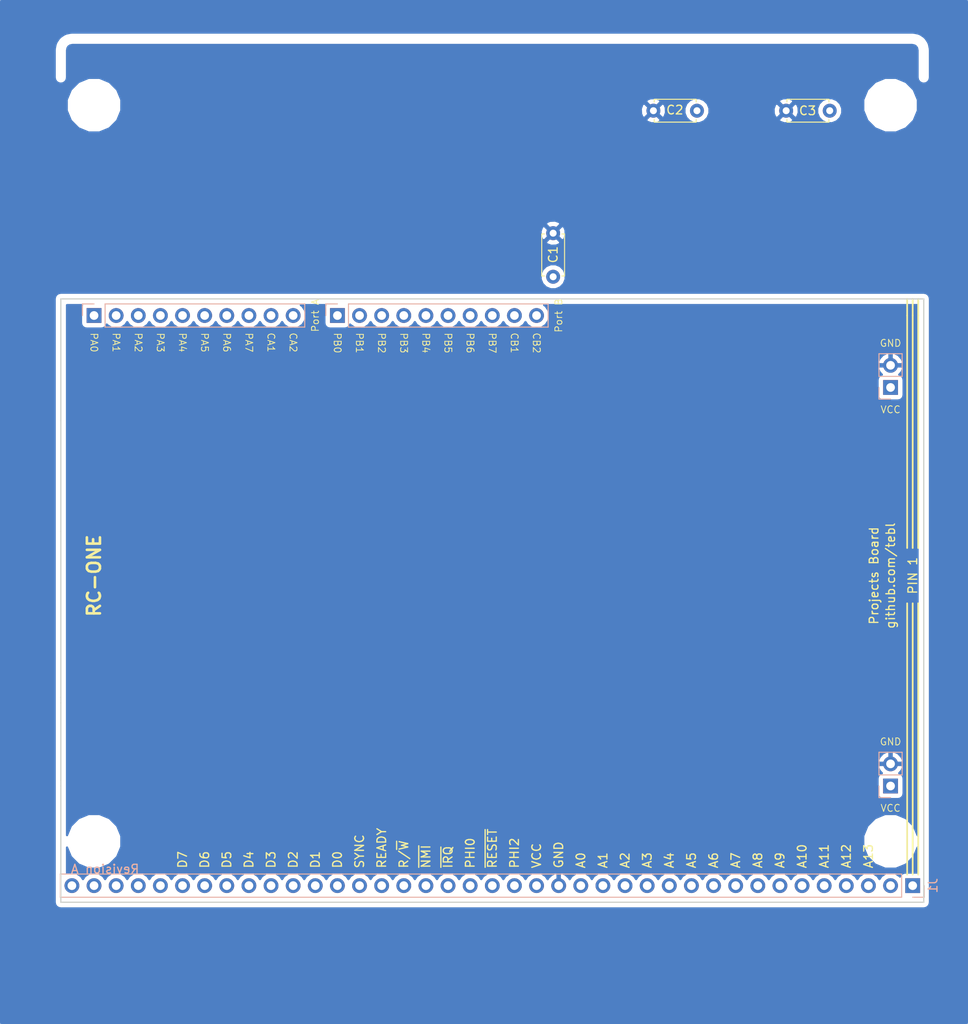
<source format=kicad_pcb>
(kicad_pcb (version 4) (host pcbnew 4.0.7)

  (general
    (links 10)
    (no_connects 6)
    (area 100.254999 78.029999 199.465001 147.395001)
    (thickness 1.6)
    (drawings 80)
    (tracks 0)
    (zones 0)
    (modules 8)
    (nets 3)
  )

  (page A4)
  (layers
    (0 F.Cu signal)
    (31 B.Cu signal)
    (32 B.Adhes user)
    (33 F.Adhes user)
    (34 B.Paste user)
    (35 F.Paste user)
    (36 B.SilkS user)
    (37 F.SilkS user)
    (38 B.Mask user)
    (39 F.Mask user)
    (40 Dwgs.User user)
    (41 Cmts.User user)
    (42 Eco1.User user)
    (43 Eco2.User user)
    (44 Edge.Cuts user)
    (45 Margin user)
    (46 B.CrtYd user)
    (47 F.CrtYd user)
    (48 B.Fab user)
    (49 F.Fab user)
  )

  (setup
    (last_trace_width 0.25)
    (user_trace_width 0.1)
    (trace_clearance 0.2)
    (zone_clearance 0.508)
    (zone_45_only no)
    (trace_min 0.01)
    (segment_width 0.2)
    (edge_width 0.15)
    (via_size 0.6)
    (via_drill 0.4)
    (via_min_size 0.4)
    (via_min_drill 0.3)
    (uvia_size 0.3)
    (uvia_drill 0.1)
    (uvias_allowed no)
    (uvia_min_size 0.2)
    (uvia_min_drill 0.1)
    (pcb_text_width 0.3)
    (pcb_text_size 1.5 1.5)
    (mod_edge_width 0.15)
    (mod_text_size 1 1)
    (mod_text_width 0.15)
    (pad_size 1.524 1.524)
    (pad_drill 0.762)
    (pad_to_mask_clearance 0.2)
    (aux_axis_origin 104.14 52.07)
    (visible_elements 7FFFFFFF)
    (pcbplotparams
      (layerselection 0x011fc_80000001)
      (usegerberextensions true)
      (excludeedgelayer true)
      (linewidth 0.100000)
      (plotframeref false)
      (viasonmask false)
      (mode 1)
      (useauxorigin false)
      (hpglpennumber 1)
      (hpglpenspeed 20)
      (hpglpendiameter 15)
      (hpglpenoverlay 2)
      (psnegative false)
      (psa4output false)
      (plotreference true)
      (plotvalue true)
      (plotinvisibletext false)
      (padsonsilk false)
      (subtractmaskfromsilk false)
      (outputformat 1)
      (mirror false)
      (drillshape 0)
      (scaleselection 1)
      (outputdirectory export/))
  )

  (net 0 "")
  (net 1 GND)
  (net 2 VCC)

  (net_class Default "This is the default net class."
    (clearance 0.2)
    (trace_width 0.25)
    (via_dia 0.6)
    (via_drill 0.4)
    (uvia_dia 0.3)
    (uvia_drill 0.1)
    (add_net GND)
    (add_net VCC)
  )

  (net_class VCC ""
    (clearance 0.2)
    (trace_width 0.75)
    (via_dia 0.6)
    (via_drill 0.4)
    (uvia_dia 0.3)
    (uvia_drill 0.1)
  )

  (module Capacitors_THT:C_Disc_D4.7mm_W2.5mm_P5.00mm (layer F.Cu) (tedit 5DD0871F) (tstamp 5DD08DB8)
    (at 156.845 75.565 90)
    (descr "C, Disc series, Radial, pin pitch=5.00mm, , diameter*width=4.7*2.5mm^2, Capacitor, http://www.vishay.com/docs/45233/krseries.pdf")
    (tags "C Disc series Radial pin pitch 5.00mm  diameter 4.7mm width 2.5mm Capacitor")
    (path /5DD0E0B6)
    (fp_text reference C1 (at 2.54 0 90) (layer F.SilkS)
      (effects (font (size 1 1) (thickness 0.15)))
    )
    (fp_text value 100nF (at 2.5 2.56 90) (layer F.Fab)
      (effects (font (size 1 1) (thickness 0.15)))
    )
    (fp_line (start 0.15 -1.25) (end 0.15 1.25) (layer F.Fab) (width 0.1))
    (fp_line (start 0.15 1.25) (end 4.85 1.25) (layer F.Fab) (width 0.1))
    (fp_line (start 4.85 1.25) (end 4.85 -1.25) (layer F.Fab) (width 0.1))
    (fp_line (start 4.85 -1.25) (end 0.15 -1.25) (layer F.Fab) (width 0.1))
    (fp_line (start 0.09 -1.31) (end 4.91 -1.31) (layer F.SilkS) (width 0.12))
    (fp_line (start 0.09 1.31) (end 4.91 1.31) (layer F.SilkS) (width 0.12))
    (fp_line (start 0.09 -1.31) (end 0.09 -0.996) (layer F.SilkS) (width 0.12))
    (fp_line (start 0.09 0.996) (end 0.09 1.31) (layer F.SilkS) (width 0.12))
    (fp_line (start 4.91 -1.31) (end 4.91 -0.996) (layer F.SilkS) (width 0.12))
    (fp_line (start 4.91 0.996) (end 4.91 1.31) (layer F.SilkS) (width 0.12))
    (fp_line (start -1.05 -1.6) (end -1.05 1.6) (layer F.CrtYd) (width 0.05))
    (fp_line (start -1.05 1.6) (end 6.05 1.6) (layer F.CrtYd) (width 0.05))
    (fp_line (start 6.05 1.6) (end 6.05 -1.6) (layer F.CrtYd) (width 0.05))
    (fp_line (start 6.05 -1.6) (end -1.05 -1.6) (layer F.CrtYd) (width 0.05))
    (fp_text user %R (at 2.54 0 90) (layer F.Fab)
      (effects (font (size 1 1) (thickness 0.15)))
    )
    (pad 1 thru_hole circle (at 0 0 90) (size 1.6 1.6) (drill 0.8) (layers *.Cu *.Mask)
      (net 2 VCC))
    (pad 2 thru_hole circle (at 5 0 90) (size 1.6 1.6) (drill 0.8) (layers *.Cu *.Mask)
      (net 1 GND))
    (model ${KISYS3DMOD}/Capacitors_THT.3dshapes/C_Disc_D4.7mm_W2.5mm_P5.00mm.wrl
      (at (xyz 0 0 0))
      (scale (xyz 1 1 1))
      (rotate (xyz 0 0 0))
    )
  )

  (module Capacitors_THT:C_Disc_D4.7mm_W2.5mm_P5.00mm (layer F.Cu) (tedit 5DD0871C) (tstamp 5DD08DBE)
    (at 173.355 56.515 180)
    (descr "C, Disc series, Radial, pin pitch=5.00mm, , diameter*width=4.7*2.5mm^2, Capacitor, http://www.vishay.com/docs/45233/krseries.pdf")
    (tags "C Disc series Radial pin pitch 5.00mm  diameter 4.7mm width 2.5mm Capacitor")
    (path /5DD0E10C)
    (fp_text reference C2 (at 2.54 0.084999 180) (layer F.SilkS)
      (effects (font (size 1 1) (thickness 0.15)))
    )
    (fp_text value 100nF (at 2.5 2.56 180) (layer F.Fab)
      (effects (font (size 1 1) (thickness 0.15)))
    )
    (fp_line (start 0.15 -1.25) (end 0.15 1.25) (layer F.Fab) (width 0.1))
    (fp_line (start 0.15 1.25) (end 4.85 1.25) (layer F.Fab) (width 0.1))
    (fp_line (start 4.85 1.25) (end 4.85 -1.25) (layer F.Fab) (width 0.1))
    (fp_line (start 4.85 -1.25) (end 0.15 -1.25) (layer F.Fab) (width 0.1))
    (fp_line (start 0.09 -1.31) (end 4.91 -1.31) (layer F.SilkS) (width 0.12))
    (fp_line (start 0.09 1.31) (end 4.91 1.31) (layer F.SilkS) (width 0.12))
    (fp_line (start 0.09 -1.31) (end 0.09 -0.996) (layer F.SilkS) (width 0.12))
    (fp_line (start 0.09 0.996) (end 0.09 1.31) (layer F.SilkS) (width 0.12))
    (fp_line (start 4.91 -1.31) (end 4.91 -0.996) (layer F.SilkS) (width 0.12))
    (fp_line (start 4.91 0.996) (end 4.91 1.31) (layer F.SilkS) (width 0.12))
    (fp_line (start -1.05 -1.6) (end -1.05 1.6) (layer F.CrtYd) (width 0.05))
    (fp_line (start -1.05 1.6) (end 6.05 1.6) (layer F.CrtYd) (width 0.05))
    (fp_line (start 6.05 1.6) (end 6.05 -1.6) (layer F.CrtYd) (width 0.05))
    (fp_line (start 6.05 -1.6) (end -1.05 -1.6) (layer F.CrtYd) (width 0.05))
    (fp_text user %R (at 2.54 0.084999 180) (layer F.Fab)
      (effects (font (size 1 1) (thickness 0.15)))
    )
    (pad 1 thru_hole circle (at 0 0 180) (size 1.6 1.6) (drill 0.8) (layers *.Cu *.Mask)
      (net 2 VCC))
    (pad 2 thru_hole circle (at 5 0 180) (size 1.6 1.6) (drill 0.8) (layers *.Cu *.Mask)
      (net 1 GND))
    (model ${KISYS3DMOD}/Capacitors_THT.3dshapes/C_Disc_D4.7mm_W2.5mm_P5.00mm.wrl
      (at (xyz 0 0 0))
      (scale (xyz 1 1 1))
      (rotate (xyz 0 0 0))
    )
  )

  (module Capacitors_THT:C_Disc_D4.7mm_W2.5mm_P5.00mm (layer F.Cu) (tedit 5DD08850) (tstamp 5DD08EA2)
    (at 188.595 56.515 180)
    (descr "C, Disc series, Radial, pin pitch=5.00mm, , diameter*width=4.7*2.5mm^2, Capacitor, http://www.vishay.com/docs/45233/krseries.pdf")
    (tags "C Disc series Radial pin pitch 5.00mm  diameter 4.7mm width 2.5mm Capacitor")
    (path /5DD0EC50)
    (fp_text reference C3 (at 2.54 0 180) (layer F.SilkS)
      (effects (font (size 1 1) (thickness 0.15)))
    )
    (fp_text value 100nF (at 2.5 2.56 180) (layer F.Fab)
      (effects (font (size 1 1) (thickness 0.15)))
    )
    (fp_line (start 0.15 -1.25) (end 0.15 1.25) (layer F.Fab) (width 0.1))
    (fp_line (start 0.15 1.25) (end 4.85 1.25) (layer F.Fab) (width 0.1))
    (fp_line (start 4.85 1.25) (end 4.85 -1.25) (layer F.Fab) (width 0.1))
    (fp_line (start 4.85 -1.25) (end 0.15 -1.25) (layer F.Fab) (width 0.1))
    (fp_line (start 0.09 -1.31) (end 4.91 -1.31) (layer F.SilkS) (width 0.12))
    (fp_line (start 0.09 1.31) (end 4.91 1.31) (layer F.SilkS) (width 0.12))
    (fp_line (start 0.09 -1.31) (end 0.09 -0.996) (layer F.SilkS) (width 0.12))
    (fp_line (start 0.09 0.996) (end 0.09 1.31) (layer F.SilkS) (width 0.12))
    (fp_line (start 4.91 -1.31) (end 4.91 -0.996) (layer F.SilkS) (width 0.12))
    (fp_line (start 4.91 0.996) (end 4.91 1.31) (layer F.SilkS) (width 0.12))
    (fp_line (start -1.05 -1.6) (end -1.05 1.6) (layer F.CrtYd) (width 0.05))
    (fp_line (start -1.05 1.6) (end 6.05 1.6) (layer F.CrtYd) (width 0.05))
    (fp_line (start 6.05 1.6) (end 6.05 -1.6) (layer F.CrtYd) (width 0.05))
    (fp_line (start 6.05 -1.6) (end -1.05 -1.6) (layer F.CrtYd) (width 0.05))
    (fp_text user %R (at 2.54 0 180) (layer F.Fab)
      (effects (font (size 1 1) (thickness 0.15)))
    )
    (pad 1 thru_hole circle (at 0 0 180) (size 1.6 1.6) (drill 0.8) (layers *.Cu *.Mask)
      (net 2 VCC))
    (pad 2 thru_hole circle (at 5 0 180) (size 1.6 1.6) (drill 0.8) (layers *.Cu *.Mask)
      (net 1 GND))
    (model ${KISYS3DMOD}/Capacitors_THT.3dshapes/C_Disc_D4.7mm_W2.5mm_P5.00mm.wrl
      (at (xyz 0 0 0))
      (scale (xyz 1 1 1))
      (rotate (xyz 0 0 0))
    )
  )

  (module Pin_Headers:Pin_Header_Straight_1x10_Pitch2.54mm (layer B.Cu) (tedit 5DFEB6B3) (tstamp 5DE6FA1F)
    (at 104.14 80.01 270)
    (descr "Through hole straight pin header, 1x10, 2.54mm pitch, single row")
    (tags "Through hole pin header THT 1x10 2.54mm single row")
    (path /5DE736F3)
    (fp_text reference J5 (at 2.54 0 540) (layer B.Fab)
      (effects (font (size 1 1) (thickness 0.15)) (justify mirror))
    )
    (fp_text value "Port A" (at 0 -25.4 270) (layer F.SilkS)
      (effects (font (size 0.8 0.8) (thickness 0.1)))
    )
    (fp_line (start -0.635 1.27) (end 1.27 1.27) (layer B.Fab) (width 0.1))
    (fp_line (start 1.27 1.27) (end 1.27 -24.13) (layer B.Fab) (width 0.1))
    (fp_line (start 1.27 -24.13) (end -1.27 -24.13) (layer B.Fab) (width 0.1))
    (fp_line (start -1.27 -24.13) (end -1.27 0.635) (layer B.Fab) (width 0.1))
    (fp_line (start -1.27 0.635) (end -0.635 1.27) (layer B.Fab) (width 0.1))
    (fp_line (start -1.33 -24.19) (end 1.33 -24.19) (layer B.SilkS) (width 0.12))
    (fp_line (start -1.33 -1.27) (end -1.33 -24.19) (layer B.SilkS) (width 0.12))
    (fp_line (start 1.33 -1.27) (end 1.33 -24.19) (layer B.SilkS) (width 0.12))
    (fp_line (start -1.33 -1.27) (end 1.33 -1.27) (layer B.SilkS) (width 0.12))
    (fp_line (start -1.33 0) (end -1.33 1.33) (layer B.SilkS) (width 0.12))
    (fp_line (start -1.33 1.33) (end 0 1.33) (layer B.SilkS) (width 0.12))
    (fp_line (start -1.8 1.8) (end -1.8 -24.65) (layer B.CrtYd) (width 0.05))
    (fp_line (start -1.8 -24.65) (end 1.8 -24.65) (layer B.CrtYd) (width 0.05))
    (fp_line (start 1.8 -24.65) (end 1.8 1.8) (layer B.CrtYd) (width 0.05))
    (fp_line (start 1.8 1.8) (end -1.8 1.8) (layer B.CrtYd) (width 0.05))
    (fp_text user %R (at 0 -11.43 540) (layer B.Fab)
      (effects (font (size 1 1) (thickness 0.15)) (justify mirror))
    )
    (pad 1 thru_hole rect (at 0 0 270) (size 1.7 1.7) (drill 1) (layers *.Cu *.Mask))
    (pad 2 thru_hole oval (at 0 -2.54 270) (size 1.7 1.7) (drill 1) (layers *.Cu *.Mask))
    (pad 3 thru_hole oval (at 0 -5.08 270) (size 1.7 1.7) (drill 1) (layers *.Cu *.Mask))
    (pad 4 thru_hole oval (at 0 -7.62 270) (size 1.7 1.7) (drill 1) (layers *.Cu *.Mask))
    (pad 5 thru_hole oval (at 0 -10.16 270) (size 1.7 1.7) (drill 1) (layers *.Cu *.Mask))
    (pad 6 thru_hole oval (at 0 -12.7 270) (size 1.7 1.7) (drill 1) (layers *.Cu *.Mask))
    (pad 7 thru_hole oval (at 0 -15.24 270) (size 1.7 1.7) (drill 1) (layers *.Cu *.Mask))
    (pad 8 thru_hole oval (at 0 -17.78 270) (size 1.7 1.7) (drill 1) (layers *.Cu *.Mask))
    (pad 9 thru_hole oval (at 0 -20.32 270) (size 1.7 1.7) (drill 1) (layers *.Cu *.Mask))
    (pad 10 thru_hole oval (at 0 -22.86 270) (size 1.7 1.7) (drill 1) (layers *.Cu *.Mask))
    (model ${KISYS3DMOD}/Pin_Headers.3dshapes/Pin_Header_Straight_1x10_Pitch2.54mm.wrl
      (at (xyz 0 0 0))
      (scale (xyz 1 1 1))
      (rotate (xyz 0 0 0))
    )
  )

  (module Pin_Headers:Pin_Header_Straight_1x10_Pitch2.54mm (layer B.Cu) (tedit 5DFEB6BE) (tstamp 5DE6FA2D)
    (at 132.08 80.01 270)
    (descr "Through hole straight pin header, 1x10, 2.54mm pitch, single row")
    (tags "Through hole pin header THT 1x10 2.54mm single row")
    (path /5DE7382E)
    (fp_text reference J6 (at 2.54 0 540) (layer B.Fab)
      (effects (font (size 1 1) (thickness 0.15)) (justify mirror))
    )
    (fp_text value "Port B" (at 0 -25.4 270) (layer F.SilkS)
      (effects (font (size 0.8 0.8) (thickness 0.1)))
    )
    (fp_line (start -0.635 1.27) (end 1.27 1.27) (layer B.Fab) (width 0.1))
    (fp_line (start 1.27 1.27) (end 1.27 -24.13) (layer B.Fab) (width 0.1))
    (fp_line (start 1.27 -24.13) (end -1.27 -24.13) (layer B.Fab) (width 0.1))
    (fp_line (start -1.27 -24.13) (end -1.27 0.635) (layer B.Fab) (width 0.1))
    (fp_line (start -1.27 0.635) (end -0.635 1.27) (layer B.Fab) (width 0.1))
    (fp_line (start -1.33 -24.19) (end 1.33 -24.19) (layer B.SilkS) (width 0.12))
    (fp_line (start -1.33 -1.27) (end -1.33 -24.19) (layer B.SilkS) (width 0.12))
    (fp_line (start 1.33 -1.27) (end 1.33 -24.19) (layer B.SilkS) (width 0.12))
    (fp_line (start -1.33 -1.27) (end 1.33 -1.27) (layer B.SilkS) (width 0.12))
    (fp_line (start -1.33 0) (end -1.33 1.33) (layer B.SilkS) (width 0.12))
    (fp_line (start -1.33 1.33) (end 0 1.33) (layer B.SilkS) (width 0.12))
    (fp_line (start -1.8 1.8) (end -1.8 -24.65) (layer B.CrtYd) (width 0.05))
    (fp_line (start -1.8 -24.65) (end 1.8 -24.65) (layer B.CrtYd) (width 0.05))
    (fp_line (start 1.8 -24.65) (end 1.8 1.8) (layer B.CrtYd) (width 0.05))
    (fp_line (start 1.8 1.8) (end -1.8 1.8) (layer B.CrtYd) (width 0.05))
    (fp_text user %R (at 0 -11.43 540) (layer B.Fab)
      (effects (font (size 1 1) (thickness 0.15)) (justify mirror))
    )
    (pad 1 thru_hole rect (at 0 0 270) (size 1.7 1.7) (drill 1) (layers *.Cu *.Mask))
    (pad 2 thru_hole oval (at 0 -2.54 270) (size 1.7 1.7) (drill 1) (layers *.Cu *.Mask))
    (pad 3 thru_hole oval (at 0 -5.08 270) (size 1.7 1.7) (drill 1) (layers *.Cu *.Mask))
    (pad 4 thru_hole oval (at 0 -7.62 270) (size 1.7 1.7) (drill 1) (layers *.Cu *.Mask))
    (pad 5 thru_hole oval (at 0 -10.16 270) (size 1.7 1.7) (drill 1) (layers *.Cu *.Mask))
    (pad 6 thru_hole oval (at 0 -12.7 270) (size 1.7 1.7) (drill 1) (layers *.Cu *.Mask))
    (pad 7 thru_hole oval (at 0 -15.24 270) (size 1.7 1.7) (drill 1) (layers *.Cu *.Mask))
    (pad 8 thru_hole oval (at 0 -17.78 270) (size 1.7 1.7) (drill 1) (layers *.Cu *.Mask))
    (pad 9 thru_hole oval (at 0 -20.32 270) (size 1.7 1.7) (drill 1) (layers *.Cu *.Mask))
    (pad 10 thru_hole oval (at 0 -22.86 270) (size 1.7 1.7) (drill 1) (layers *.Cu *.Mask))
    (model ${KISYS3DMOD}/Pin_Headers.3dshapes/Pin_Header_Straight_1x10_Pitch2.54mm.wrl
      (at (xyz 0 0 0))
      (scale (xyz 1 1 1))
      (rotate (xyz 0 0 0))
    )
  )

  (module Pin_Headers:Pin_Header_Straight_1x02_Pitch2.54mm (layer B.Cu) (tedit 5DE825EA) (tstamp 5DE6FA33)
    (at 195.58 133.985)
    (descr "Through hole straight pin header, 1x02, 2.54mm pitch, single row")
    (tags "Through hole pin header THT 1x02 2.54mm single row")
    (path /5DE7AFE7)
    (fp_text reference J7 (at 0 2.54) (layer B.Fab)
      (effects (font (size 1 1) (thickness 0.15)) (justify mirror))
    )
    (fp_text value PWR1 (at -2.54 -1.27 270) (layer B.Fab)
      (effects (font (size 1 1) (thickness 0.15)) (justify mirror))
    )
    (fp_line (start -0.635 1.27) (end 1.27 1.27) (layer B.Fab) (width 0.1))
    (fp_line (start 1.27 1.27) (end 1.27 -3.81) (layer B.Fab) (width 0.1))
    (fp_line (start 1.27 -3.81) (end -1.27 -3.81) (layer B.Fab) (width 0.1))
    (fp_line (start -1.27 -3.81) (end -1.27 0.635) (layer B.Fab) (width 0.1))
    (fp_line (start -1.27 0.635) (end -0.635 1.27) (layer B.Fab) (width 0.1))
    (fp_line (start -1.33 -3.87) (end 1.33 -3.87) (layer B.SilkS) (width 0.12))
    (fp_line (start -1.33 -1.27) (end -1.33 -3.87) (layer B.SilkS) (width 0.12))
    (fp_line (start 1.33 -1.27) (end 1.33 -3.87) (layer B.SilkS) (width 0.12))
    (fp_line (start -1.33 -1.27) (end 1.33 -1.27) (layer B.SilkS) (width 0.12))
    (fp_line (start -1.33 0) (end -1.33 1.33) (layer B.SilkS) (width 0.12))
    (fp_line (start -1.33 1.33) (end 0 1.33) (layer B.SilkS) (width 0.12))
    (fp_line (start -1.8 1.8) (end -1.8 -4.35) (layer B.CrtYd) (width 0.05))
    (fp_line (start -1.8 -4.35) (end 1.8 -4.35) (layer B.CrtYd) (width 0.05))
    (fp_line (start 1.8 -4.35) (end 1.8 1.8) (layer B.CrtYd) (width 0.05))
    (fp_line (start 1.8 1.8) (end -1.8 1.8) (layer B.CrtYd) (width 0.05))
    (fp_text user %R (at 0 -1.27 270) (layer B.Fab)
      (effects (font (size 1 1) (thickness 0.15)) (justify mirror))
    )
    (pad 1 thru_hole rect (at 0 0) (size 1.7 1.7) (drill 1) (layers *.Cu *.Mask)
      (net 2 VCC))
    (pad 2 thru_hole oval (at 0 -2.54) (size 1.7 1.7) (drill 1) (layers *.Cu *.Mask)
      (net 1 GND))
    (model ${KISYS3DMOD}/Pin_Headers.3dshapes/Pin_Header_Straight_1x02_Pitch2.54mm.wrl
      (at (xyz 0 0 0))
      (scale (xyz 1 1 1))
      (rotate (xyz 0 0 0))
    )
  )

  (module Pin_Headers:Pin_Header_Straight_1x02_Pitch2.54mm (layer B.Cu) (tedit 5DE825E3) (tstamp 5DE6FA39)
    (at 195.58 88.265)
    (descr "Through hole straight pin header, 1x02, 2.54mm pitch, single row")
    (tags "Through hole pin header THT 1x02 2.54mm single row")
    (path /5DE7B3E2)
    (fp_text reference J8 (at 0 2.54) (layer B.Fab)
      (effects (font (size 1 1) (thickness 0.15)) (justify mirror))
    )
    (fp_text value PWR2 (at -2.54 -1.27 270) (layer B.Fab)
      (effects (font (size 1 1) (thickness 0.15)) (justify mirror))
    )
    (fp_line (start -0.635 1.27) (end 1.27 1.27) (layer B.Fab) (width 0.1))
    (fp_line (start 1.27 1.27) (end 1.27 -3.81) (layer B.Fab) (width 0.1))
    (fp_line (start 1.27 -3.81) (end -1.27 -3.81) (layer B.Fab) (width 0.1))
    (fp_line (start -1.27 -3.81) (end -1.27 0.635) (layer B.Fab) (width 0.1))
    (fp_line (start -1.27 0.635) (end -0.635 1.27) (layer B.Fab) (width 0.1))
    (fp_line (start -1.33 -3.87) (end 1.33 -3.87) (layer B.SilkS) (width 0.12))
    (fp_line (start -1.33 -1.27) (end -1.33 -3.87) (layer B.SilkS) (width 0.12))
    (fp_line (start 1.33 -1.27) (end 1.33 -3.87) (layer B.SilkS) (width 0.12))
    (fp_line (start -1.33 -1.27) (end 1.33 -1.27) (layer B.SilkS) (width 0.12))
    (fp_line (start -1.33 0) (end -1.33 1.33) (layer B.SilkS) (width 0.12))
    (fp_line (start -1.33 1.33) (end 0 1.33) (layer B.SilkS) (width 0.12))
    (fp_line (start -1.8 1.8) (end -1.8 -4.35) (layer B.CrtYd) (width 0.05))
    (fp_line (start -1.8 -4.35) (end 1.8 -4.35) (layer B.CrtYd) (width 0.05))
    (fp_line (start 1.8 -4.35) (end 1.8 1.8) (layer B.CrtYd) (width 0.05))
    (fp_line (start 1.8 1.8) (end -1.8 1.8) (layer B.CrtYd) (width 0.05))
    (fp_text user %R (at 0 -1.27 270) (layer B.Fab)
      (effects (font (size 1 1) (thickness 0.15)) (justify mirror))
    )
    (pad 1 thru_hole rect (at 0 0) (size 1.7 1.7) (drill 1) (layers *.Cu *.Mask)
      (net 2 VCC))
    (pad 2 thru_hole oval (at 0 -2.54) (size 1.7 1.7) (drill 1) (layers *.Cu *.Mask)
      (net 1 GND))
    (model ${KISYS3DMOD}/Pin_Headers.3dshapes/Pin_Header_Straight_1x02_Pitch2.54mm.wrl
      (at (xyz 0 0 0))
      (scale (xyz 1 1 1))
      (rotate (xyz 0 0 0))
    )
  )

  (module Pin_Headers:Pin_Header_Straight_1x39_Pitch2.54mm (layer B.Cu) (tedit 59650532) (tstamp 5DFEB531)
    (at 198.12 145.415 90)
    (descr "Through hole straight pin header, 1x39, 2.54mm pitch, single row")
    (tags "Through hole pin header THT 1x39 2.54mm single row")
    (path /5DC149FA)
    (fp_text reference J1 (at 0 2.33 90) (layer B.SilkS)
      (effects (font (size 1 1) (thickness 0.15)) (justify mirror))
    )
    (fp_text value Signals (at 0 -98.85 90) (layer B.Fab)
      (effects (font (size 1 1) (thickness 0.15)) (justify mirror))
    )
    (fp_line (start -0.635 1.27) (end 1.27 1.27) (layer B.Fab) (width 0.1))
    (fp_line (start 1.27 1.27) (end 1.27 -97.79) (layer B.Fab) (width 0.1))
    (fp_line (start 1.27 -97.79) (end -1.27 -97.79) (layer B.Fab) (width 0.1))
    (fp_line (start -1.27 -97.79) (end -1.27 0.635) (layer B.Fab) (width 0.1))
    (fp_line (start -1.27 0.635) (end -0.635 1.27) (layer B.Fab) (width 0.1))
    (fp_line (start -1.33 -97.85) (end 1.33 -97.85) (layer B.SilkS) (width 0.12))
    (fp_line (start -1.33 -1.27) (end -1.33 -97.85) (layer B.SilkS) (width 0.12))
    (fp_line (start 1.33 -1.27) (end 1.33 -97.85) (layer B.SilkS) (width 0.12))
    (fp_line (start -1.33 -1.27) (end 1.33 -1.27) (layer B.SilkS) (width 0.12))
    (fp_line (start -1.33 0) (end -1.33 1.33) (layer B.SilkS) (width 0.12))
    (fp_line (start -1.33 1.33) (end 0 1.33) (layer B.SilkS) (width 0.12))
    (fp_line (start -1.8 1.8) (end -1.8 -98.3) (layer B.CrtYd) (width 0.05))
    (fp_line (start -1.8 -98.3) (end 1.8 -98.3) (layer B.CrtYd) (width 0.05))
    (fp_line (start 1.8 -98.3) (end 1.8 1.8) (layer B.CrtYd) (width 0.05))
    (fp_line (start 1.8 1.8) (end -1.8 1.8) (layer B.CrtYd) (width 0.05))
    (fp_text user %R (at 0 -48.26 360) (layer B.Fab)
      (effects (font (size 1 1) (thickness 0.15)) (justify mirror))
    )
    (pad 1 thru_hole rect (at 0 0 90) (size 1.7 1.7) (drill 1) (layers *.Cu *.Mask))
    (pad 2 thru_hole oval (at 0 -2.54 90) (size 1.7 1.7) (drill 1) (layers *.Cu *.Mask))
    (pad 3 thru_hole oval (at 0 -5.08 90) (size 1.7 1.7) (drill 1) (layers *.Cu *.Mask))
    (pad 4 thru_hole oval (at 0 -7.62 90) (size 1.7 1.7) (drill 1) (layers *.Cu *.Mask))
    (pad 5 thru_hole oval (at 0 -10.16 90) (size 1.7 1.7) (drill 1) (layers *.Cu *.Mask))
    (pad 6 thru_hole oval (at 0 -12.7 90) (size 1.7 1.7) (drill 1) (layers *.Cu *.Mask))
    (pad 7 thru_hole oval (at 0 -15.24 90) (size 1.7 1.7) (drill 1) (layers *.Cu *.Mask))
    (pad 8 thru_hole oval (at 0 -17.78 90) (size 1.7 1.7) (drill 1) (layers *.Cu *.Mask))
    (pad 9 thru_hole oval (at 0 -20.32 90) (size 1.7 1.7) (drill 1) (layers *.Cu *.Mask))
    (pad 10 thru_hole oval (at 0 -22.86 90) (size 1.7 1.7) (drill 1) (layers *.Cu *.Mask))
    (pad 11 thru_hole oval (at 0 -25.4 90) (size 1.7 1.7) (drill 1) (layers *.Cu *.Mask))
    (pad 12 thru_hole oval (at 0 -27.94 90) (size 1.7 1.7) (drill 1) (layers *.Cu *.Mask))
    (pad 13 thru_hole oval (at 0 -30.48 90) (size 1.7 1.7) (drill 1) (layers *.Cu *.Mask))
    (pad 14 thru_hole oval (at 0 -33.02 90) (size 1.7 1.7) (drill 1) (layers *.Cu *.Mask))
    (pad 15 thru_hole oval (at 0 -35.56 90) (size 1.7 1.7) (drill 1) (layers *.Cu *.Mask))
    (pad 16 thru_hole oval (at 0 -38.1 90) (size 1.7 1.7) (drill 1) (layers *.Cu *.Mask))
    (pad 17 thru_hole oval (at 0 -40.64 90) (size 1.7 1.7) (drill 1) (layers *.Cu *.Mask)
      (net 1 GND))
    (pad 18 thru_hole oval (at 0 -43.18 90) (size 1.7 1.7) (drill 1) (layers *.Cu *.Mask)
      (net 2 VCC))
    (pad 19 thru_hole oval (at 0 -45.72 90) (size 1.7 1.7) (drill 1) (layers *.Cu *.Mask))
    (pad 20 thru_hole oval (at 0 -48.26 90) (size 1.7 1.7) (drill 1) (layers *.Cu *.Mask))
    (pad 21 thru_hole oval (at 0 -50.8 90) (size 1.7 1.7) (drill 1) (layers *.Cu *.Mask))
    (pad 22 thru_hole oval (at 0 -53.34 90) (size 1.7 1.7) (drill 1) (layers *.Cu *.Mask))
    (pad 23 thru_hole oval (at 0 -55.88 90) (size 1.7 1.7) (drill 1) (layers *.Cu *.Mask))
    (pad 24 thru_hole oval (at 0 -58.42 90) (size 1.7 1.7) (drill 1) (layers *.Cu *.Mask))
    (pad 25 thru_hole oval (at 0 -60.96 90) (size 1.7 1.7) (drill 1) (layers *.Cu *.Mask))
    (pad 26 thru_hole oval (at 0 -63.5 90) (size 1.7 1.7) (drill 1) (layers *.Cu *.Mask))
    (pad 27 thru_hole oval (at 0 -66.04 90) (size 1.7 1.7) (drill 1) (layers *.Cu *.Mask))
    (pad 28 thru_hole oval (at 0 -68.58 90) (size 1.7 1.7) (drill 1) (layers *.Cu *.Mask))
    (pad 29 thru_hole oval (at 0 -71.12 90) (size 1.7 1.7) (drill 1) (layers *.Cu *.Mask))
    (pad 30 thru_hole oval (at 0 -73.66 90) (size 1.7 1.7) (drill 1) (layers *.Cu *.Mask))
    (pad 31 thru_hole oval (at 0 -76.2 90) (size 1.7 1.7) (drill 1) (layers *.Cu *.Mask))
    (pad 32 thru_hole oval (at 0 -78.74 90) (size 1.7 1.7) (drill 1) (layers *.Cu *.Mask))
    (pad 33 thru_hole oval (at 0 -81.28 90) (size 1.7 1.7) (drill 1) (layers *.Cu *.Mask))
    (pad 34 thru_hole oval (at 0 -83.82 90) (size 1.7 1.7) (drill 1) (layers *.Cu *.Mask))
    (pad 35 thru_hole oval (at 0 -86.36 90) (size 1.7 1.7) (drill 1) (layers *.Cu *.Mask))
    (pad 36 thru_hole oval (at 0 -88.9 90) (size 1.7 1.7) (drill 1) (layers *.Cu *.Mask))
    (pad 37 thru_hole oval (at 0 -91.44 90) (size 1.7 1.7) (drill 1) (layers *.Cu *.Mask))
    (pad 38 thru_hole oval (at 0 -93.98 90) (size 1.7 1.7) (drill 1) (layers *.Cu *.Mask))
    (pad 39 thru_hole oval (at 0 -96.52 90) (size 1.7 1.7) (drill 1) (layers *.Cu *.Mask))
    (model ${KISYS3DMOD}/Pin_Headers.3dshapes/Pin_Header_Straight_1x39_Pitch2.54mm.wrl
      (at (xyz 0 0 0))
      (scale (xyz 1 1 1))
      (rotate (xyz 0 0 0))
    )
  )

  (gr_line (start 198.755 80.01) (end 198.755 78.105) (angle 90) (layer F.SilkS) (width 0.2))
  (gr_line (start 198.12 80.01) (end 198.12 78.105) (angle 90) (layer F.SilkS) (width 0.2))
  (gr_line (start 197.485 80.01) (end 197.485 78.105) (angle 90) (layer F.SilkS) (width 0.2))
  (gr_line (start 199.39 78.105) (end 199.39 147.32) (angle 90) (layer Edge.Cuts) (width 0.15))
  (gr_line (start 100.33 78.105) (end 100.33 92.075) (angle 90) (layer Edge.Cuts) (width 0.15))
  (gr_line (start 100.33 78.105) (end 199.39 78.105) (angle 90) (layer Edge.Cuts) (width 0.15))
  (gr_text CA2 (at 127 81.915 270) (layer F.SilkS)
    (effects (font (size 0.8 0.8) (thickness 0.1)) (justify left))
  )
  (gr_text CA1 (at 124.46 81.915 270) (layer F.SilkS)
    (effects (font (size 0.8 0.8) (thickness 0.1)) (justify left))
  )
  (gr_text PA7 (at 121.92 81.915 270) (layer F.SilkS)
    (effects (font (size 0.8 0.8) (thickness 0.1)) (justify left))
  )
  (gr_text PA6 (at 119.38 81.915 270) (layer F.SilkS)
    (effects (font (size 0.8 0.8) (thickness 0.1)) (justify left))
  )
  (gr_text PA5 (at 116.84 81.915 270) (layer F.SilkS)
    (effects (font (size 0.8 0.8) (thickness 0.1)) (justify left))
  )
  (gr_text PA4 (at 114.3 81.915 270) (layer F.SilkS)
    (effects (font (size 0.8 0.8) (thickness 0.1)) (justify left))
  )
  (gr_text PA3 (at 111.76 81.915 270) (layer F.SilkS)
    (effects (font (size 0.8 0.8) (thickness 0.1)) (justify left))
  )
  (gr_text PA2 (at 109.22 81.915 270) (layer F.SilkS)
    (effects (font (size 0.8 0.8) (thickness 0.1)) (justify left))
  )
  (gr_text PA1 (at 106.68 81.915 270) (layer F.SilkS)
    (effects (font (size 0.8 0.8) (thickness 0.1)) (justify left))
  )
  (gr_text PA0 (at 104.14 81.915 270) (layer F.SilkS)
    (effects (font (size 0.8 0.8) (thickness 0.1)) (justify left))
  )
  (gr_text CB2 (at 154.94 81.915 270) (layer F.SilkS)
    (effects (font (size 0.8 0.8) (thickness 0.1)) (justify left))
  )
  (gr_text CB1 (at 152.4 81.915 270) (layer F.SilkS)
    (effects (font (size 0.8 0.8) (thickness 0.1)) (justify left))
  )
  (gr_text PB7 (at 149.86 81.915 270) (layer F.SilkS)
    (effects (font (size 0.8 0.8) (thickness 0.1)) (justify left))
  )
  (gr_text PB6 (at 147.32 81.915 270) (layer F.SilkS)
    (effects (font (size 0.8 0.8) (thickness 0.1)) (justify left))
  )
  (gr_text PB5 (at 144.78 81.915 270) (layer F.SilkS)
    (effects (font (size 0.8 0.8) (thickness 0.1)) (justify left))
  )
  (gr_text PB4 (at 142.24 81.915 270) (layer F.SilkS)
    (effects (font (size 0.8 0.8) (thickness 0.1)) (justify left))
  )
  (gr_text PB3 (at 139.7 81.915 270) (layer F.SilkS)
    (effects (font (size 0.8 0.8) (thickness 0.1)) (justify left))
  )
  (gr_text PB2 (at 137.16 81.915 270) (layer F.SilkS)
    (effects (font (size 0.8 0.8) (thickness 0.1)) (justify left))
  )
  (gr_text PB1 (at 134.62 81.915 270) (layer F.SilkS)
    (effects (font (size 0.8 0.8) (thickness 0.1)) (justify left))
  )
  (gr_text PB0 (at 132.08 81.915 270) (layer F.SilkS)
    (effects (font (size 0.8 0.8) (thickness 0.1)) (justify left))
  )
  (gr_text GND (at 195.58 128.905) (layer F.SilkS)
    (effects (font (size 0.8 0.8) (thickness 0.1)))
  )
  (gr_text VCC (at 195.58 136.525) (layer F.SilkS)
    (effects (font (size 0.8 0.8) (thickness 0.1)))
  )
  (gr_text GND (at 195.58 83.185) (layer F.SilkS)
    (effects (font (size 0.8 0.8) (thickness 0.1)))
  )
  (gr_text VCC (at 195.58 90.805) (layer F.SilkS)
    (effects (font (size 0.8 0.8) (thickness 0.1)))
  )
  (gr_line (start 198.755 106.68) (end 198.755 80.01) (angle 90) (layer F.SilkS) (width 0.2))
  (gr_line (start 198.12 80.01) (end 198.12 106.68) (angle 90) (layer F.SilkS) (width 0.2))
  (gr_line (start 197.485 106.68) (end 197.485 80.01) (angle 90) (layer F.SilkS) (width 0.2))
  (gr_text PHI0 (at 147.32 143.51 90) (layer F.SilkS)
    (effects (font (size 1 1) (thickness 0.15)) (justify left))
  )
  (gr_line (start 100.33 104.775) (end 100.33 92.075) (angle 90) (layer Edge.Cuts) (width 0.15))
  (gr_line (start 100.33 133.35) (end 100.33 124.46) (angle 90) (layer Edge.Cuts) (width 0.15))
  (gr_text A13 (at 193.04 143.51 90) (layer F.SilkS)
    (effects (font (size 1 1) (thickness 0.15)) (justify left))
  )
  (gr_text A12 (at 190.5 143.51 90) (layer F.SilkS)
    (effects (font (size 1 1) (thickness 0.15)) (justify left))
  )
  (gr_text A11 (at 187.96 143.51 90) (layer F.SilkS)
    (effects (font (size 1 1) (thickness 0.15)) (justify left))
  )
  (gr_text A10 (at 185.42 143.51 90) (layer F.SilkS)
    (effects (font (size 1 1) (thickness 0.15)) (justify left))
  )
  (gr_text A9 (at 182.88 143.51 90) (layer F.SilkS)
    (effects (font (size 1 1) (thickness 0.15)) (justify left))
  )
  (gr_text A8 (at 180.34 143.51 90) (layer F.SilkS)
    (effects (font (size 1 1) (thickness 0.15)) (justify left))
  )
  (gr_text A7 (at 177.8 143.51 90) (layer F.SilkS)
    (effects (font (size 1 1) (thickness 0.15)) (justify left))
  )
  (gr_text A6 (at 175.26 143.51 90) (layer F.SilkS)
    (effects (font (size 1 1) (thickness 0.15)) (justify left))
  )
  (gr_text A5 (at 172.72 143.51 90) (layer F.SilkS)
    (effects (font (size 1 1) (thickness 0.15)) (justify left))
  )
  (gr_text A4 (at 170.18 143.51 90) (layer F.SilkS)
    (effects (font (size 1 1) (thickness 0.15)) (justify left))
  )
  (gr_text A3 (at 167.64 143.51 90) (layer F.SilkS)
    (effects (font (size 1 1) (thickness 0.15)) (justify left))
  )
  (gr_text A2 (at 165.1 143.51 90) (layer F.SilkS)
    (effects (font (size 1 1) (thickness 0.15)) (justify left))
  )
  (gr_text A1 (at 162.56 143.51 90) (layer F.SilkS)
    (effects (font (size 1 1) (thickness 0.15)) (justify left))
  )
  (gr_text A0 (at 160.02 143.51 90) (layer F.SilkS)
    (effects (font (size 1 1) (thickness 0.15)) (justify left))
  )
  (gr_text GND (at 157.48 143.51 90) (layer F.SilkS)
    (effects (font (size 1 1) (thickness 0.15)) (justify left))
  )
  (gr_text VCC (at 154.94 143.51 90) (layer F.SilkS)
    (effects (font (size 1 1) (thickness 0.15)) (justify left))
  )
  (gr_text PHI2 (at 152.4 143.51 90) (layer F.SilkS)
    (effects (font (size 1 1) (thickness 0.15)) (justify left))
  )
  (gr_text ~RESET (at 149.86 143.51 90) (layer F.SilkS)
    (effects (font (size 1 1) (thickness 0.15)) (justify left))
  )
  (gr_text ~IRQ (at 144.78 143.51 90) (layer F.SilkS)
    (effects (font (size 1 1) (thickness 0.15)) (justify left))
  )
  (gr_text ~NMI (at 142.24 143.51 90) (layer F.SilkS)
    (effects (font (size 1 1) (thickness 0.15)) (justify left))
  )
  (gr_text R/~W (at 139.7 143.51 90) (layer F.SilkS)
    (effects (font (size 1 1) (thickness 0.15)) (justify left))
  )
  (gr_text READY (at 137.16 143.51 90) (layer F.SilkS)
    (effects (font (size 1 1) (thickness 0.15)) (justify left))
  )
  (gr_text SYNC (at 134.62 143.51 90) (layer F.SilkS)
    (effects (font (size 1 1) (thickness 0.15)) (justify left))
  )
  (gr_text D0 (at 132.08 143.51 90) (layer F.SilkS)
    (effects (font (size 1 1) (thickness 0.15)) (justify left))
  )
  (gr_text D1 (at 129.54 143.51 90) (layer F.SilkS)
    (effects (font (size 1 1) (thickness 0.15)) (justify left))
  )
  (gr_text D2 (at 127 143.51 90) (layer F.SilkS)
    (effects (font (size 1 1) (thickness 0.15)) (justify left))
  )
  (gr_text D3 (at 124.46 143.51 90) (layer F.SilkS)
    (effects (font (size 1 1) (thickness 0.15)) (justify left))
  )
  (gr_text D4 (at 121.92 143.51 90) (layer F.SilkS)
    (effects (font (size 1 1) (thickness 0.15)) (justify left))
  )
  (gr_text D5 (at 119.38 143.51 90) (layer F.SilkS)
    (effects (font (size 1 1) (thickness 0.15)) (justify left))
  )
  (gr_text D6 (at 116.84 143.51 90) (layer F.SilkS)
    (effects (font (size 1 1) (thickness 0.15)) (justify left))
  )
  (gr_text D7 (at 114.3 143.51 90) (layer F.SilkS)
    (effects (font (size 1 1) (thickness 0.15)) (justify left))
  )
  (gr_text "Revision A" (at 105.41 143.51) (layer B.SilkS)
    (effects (font (size 1 1) (thickness 0.15)) (justify mirror))
  )
  (gr_text github.com/tebl (at 195.58 109.855 90) (layer F.SilkS)
    (effects (font (size 1 1) (thickness 0.15)))
  )
  (gr_text "Projects Board" (at 193.675 109.855 90) (layer F.SilkS)
    (effects (font (size 1 1) (thickness 0.15)))
  )
  (gr_text RC-ONE (at 104.14 109.855 90) (layer F.SilkS)
    (effects (font (size 1.5 1.5) (thickness 0.3)))
  )
  (gr_line (start 198.755 113.03) (end 198.755 144.145) (angle 90) (layer F.SilkS) (width 0.2))
  (gr_line (start 198.12 144.145) (end 198.12 113.03) (angle 90) (layer F.SilkS) (width 0.2))
  (gr_line (start 197.485 113.03) (end 197.485 144.145) (angle 90) (layer F.SilkS) (width 0.2))
  (gr_text "PIN 1" (at 198.12 109.855 90) (layer F.SilkS)
    (effects (font (size 1 1) (thickness 0.15)))
  )
  (gr_line (start 100.33 124.46) (end 100.33 123.825) (angle 90) (layer Edge.Cuts) (width 0.15))
  (gr_line (start 100.33 133.985) (end 100.33 133.35) (angle 90) (layer Edge.Cuts) (width 0.15))
  (gr_line (start 100.33 133.985) (end 100.33 147.32) (angle 90) (layer Edge.Cuts) (width 0.15))
  (gr_line (start 100.33 104.775) (end 100.33 123.825) (angle 90) (layer Edge.Cuts) (width 0.15))
  (gr_line (start 199.39 147.32) (end 100.33 147.32) (angle 90) (layer Edge.Cuts) (width 0.15))

  (zone (net 1) (net_name GND) (layer B.Cu) (tstamp 5D6563BC) (hatch edge 0.508)
    (connect_pads (clearance 0.508))
    (min_thickness 0.254)
    (fill yes (arc_segments 16) (thermal_gap 0.508) (thermal_bridge_width 0.508))
    (polygon
      (pts
        (xy 93.345 43.815) (xy 204.47 43.815) (xy 204.47 161.29) (xy 93.345 161.29)
      )
    )
    (filled_polygon
      (pts
        (xy 204.343 161.163) (xy 93.472 161.163) (xy 93.472 78.105) (xy 99.62 78.105) (xy 99.62 147.32)
        (xy 99.674046 147.591705) (xy 99.827954 147.822046) (xy 100.058295 147.975954) (xy 100.33 148.03) (xy 199.39 148.03)
        (xy 199.661705 147.975954) (xy 199.892046 147.822046) (xy 200.045954 147.591705) (xy 200.1 147.32) (xy 200.1 78.105)
        (xy 200.045954 77.833295) (xy 199.892046 77.602954) (xy 199.661705 77.449046) (xy 199.39 77.395) (xy 100.33 77.395)
        (xy 100.058295 77.449046) (xy 99.827954 77.602954) (xy 99.674046 77.833295) (xy 99.62 78.105) (xy 93.472 78.105)
        (xy 93.472 75.849187) (xy 155.409752 75.849187) (xy 155.627757 76.3768) (xy 156.031077 76.780824) (xy 156.558309 76.99975)
        (xy 157.129187 77.000248) (xy 157.6568 76.782243) (xy 158.060824 76.378923) (xy 158.27975 75.851691) (xy 158.280248 75.280813)
        (xy 158.062243 74.7532) (xy 157.658923 74.349176) (xy 157.131691 74.13025) (xy 156.560813 74.129752) (xy 156.0332 74.347757)
        (xy 155.629176 74.751077) (xy 155.41025 75.278309) (xy 155.409752 75.849187) (xy 93.472 75.849187) (xy 93.472 71.572745)
        (xy 156.016861 71.572745) (xy 156.090995 71.818864) (xy 156.628223 72.011965) (xy 157.198454 71.984778) (xy 157.599005 71.818864)
        (xy 157.673139 71.572745) (xy 156.845 70.744605) (xy 156.016861 71.572745) (xy 93.472 71.572745) (xy 93.472 70.348223)
        (xy 155.398035 70.348223) (xy 155.425222 70.918454) (xy 155.591136 71.319005) (xy 155.837255 71.393139) (xy 156.665395 70.565)
        (xy 157.024605 70.565) (xy 157.852745 71.393139) (xy 158.098864 71.319005) (xy 158.291965 70.781777) (xy 158.264778 70.211546)
        (xy 158.098864 69.810995) (xy 157.852745 69.736861) (xy 157.024605 70.565) (xy 156.665395 70.565) (xy 155.837255 69.736861)
        (xy 155.591136 69.810995) (xy 155.398035 70.348223) (xy 93.472 70.348223) (xy 93.472 69.557255) (xy 156.016861 69.557255)
        (xy 156.845 70.385395) (xy 157.673139 69.557255) (xy 157.599005 69.311136) (xy 157.061777 69.118035) (xy 156.491546 69.145222)
        (xy 156.090995 69.311136) (xy 156.016861 69.557255) (xy 93.472 69.557255) (xy 93.472 56.500854) (xy 101.004457 56.500854)
        (xy 101.480727 57.653515) (xy 102.361847 58.536174) (xy 103.513674 59.014454) (xy 104.760854 59.015543) (xy 105.913515 58.539273)
        (xy 106.796174 57.658153) (xy 106.8524 57.522745) (xy 167.526861 57.522745) (xy 167.600995 57.768864) (xy 168.138223 57.961965)
        (xy 168.708454 57.934778) (xy 169.109005 57.768864) (xy 169.183139 57.522745) (xy 168.355 56.694605) (xy 167.526861 57.522745)
        (xy 106.8524 57.522745) (xy 107.274454 56.506326) (xy 107.274635 56.298223) (xy 166.908035 56.298223) (xy 166.935222 56.868454)
        (xy 167.101136 57.269005) (xy 167.347255 57.343139) (xy 168.175395 56.515) (xy 168.534605 56.515) (xy 169.362745 57.343139)
        (xy 169.608864 57.269005) (xy 169.777735 56.799187) (xy 171.919752 56.799187) (xy 172.137757 57.3268) (xy 172.541077 57.730824)
        (xy 173.068309 57.94975) (xy 173.639187 57.950248) (xy 174.1668 57.732243) (xy 174.376663 57.522745) (xy 182.766861 57.522745)
        (xy 182.840995 57.768864) (xy 183.378223 57.961965) (xy 183.948454 57.934778) (xy 184.349005 57.768864) (xy 184.423139 57.522745)
        (xy 183.595 56.694605) (xy 182.766861 57.522745) (xy 174.376663 57.522745) (xy 174.570824 57.328923) (xy 174.78975 56.801691)
        (xy 174.790189 56.298223) (xy 182.148035 56.298223) (xy 182.175222 56.868454) (xy 182.341136 57.269005) (xy 182.587255 57.343139)
        (xy 183.415395 56.515) (xy 183.774605 56.515) (xy 184.602745 57.343139) (xy 184.848864 57.269005) (xy 185.017735 56.799187)
        (xy 187.159752 56.799187) (xy 187.377757 57.3268) (xy 187.781077 57.730824) (xy 188.308309 57.94975) (xy 188.879187 57.950248)
        (xy 189.4068 57.732243) (xy 189.810824 57.328923) (xy 190.02975 56.801691) (xy 190.030012 56.500854) (xy 192.444457 56.500854)
        (xy 192.920727 57.653515) (xy 193.801847 58.536174) (xy 194.953674 59.014454) (xy 196.200854 59.015543) (xy 197.353515 58.539273)
        (xy 198.236174 57.658153) (xy 198.714454 56.506326) (xy 198.715543 55.259146) (xy 198.239273 54.106485) (xy 197.358153 53.223826)
        (xy 196.206326 52.745546) (xy 194.959146 52.744457) (xy 193.806485 53.220727) (xy 192.923826 54.101847) (xy 192.445546 55.253674)
        (xy 192.444457 56.500854) (xy 190.030012 56.500854) (xy 190.030248 56.230813) (xy 189.812243 55.7032) (xy 189.408923 55.299176)
        (xy 188.881691 55.08025) (xy 188.310813 55.079752) (xy 187.7832 55.297757) (xy 187.379176 55.701077) (xy 187.16025 56.228309)
        (xy 187.159752 56.799187) (xy 185.017735 56.799187) (xy 185.041965 56.731777) (xy 185.014778 56.161546) (xy 184.848864 55.760995)
        (xy 184.602745 55.686861) (xy 183.774605 56.515) (xy 183.415395 56.515) (xy 182.587255 55.686861) (xy 182.341136 55.760995)
        (xy 182.148035 56.298223) (xy 174.790189 56.298223) (xy 174.790248 56.230813) (xy 174.572243 55.7032) (xy 174.37664 55.507255)
        (xy 182.766861 55.507255) (xy 183.595 56.335395) (xy 184.423139 55.507255) (xy 184.349005 55.261136) (xy 183.811777 55.068035)
        (xy 183.241546 55.095222) (xy 182.840995 55.261136) (xy 182.766861 55.507255) (xy 174.37664 55.507255) (xy 174.168923 55.299176)
        (xy 173.641691 55.08025) (xy 173.070813 55.079752) (xy 172.5432 55.297757) (xy 172.139176 55.701077) (xy 171.92025 56.228309)
        (xy 171.919752 56.799187) (xy 169.777735 56.799187) (xy 169.801965 56.731777) (xy 169.774778 56.161546) (xy 169.608864 55.760995)
        (xy 169.362745 55.686861) (xy 168.534605 56.515) (xy 168.175395 56.515) (xy 167.347255 55.686861) (xy 167.101136 55.760995)
        (xy 166.908035 56.298223) (xy 107.274635 56.298223) (xy 107.275326 55.507255) (xy 167.526861 55.507255) (xy 168.355 56.335395)
        (xy 169.183139 55.507255) (xy 169.109005 55.261136) (xy 168.571777 55.068035) (xy 168.001546 55.095222) (xy 167.600995 55.261136)
        (xy 167.526861 55.507255) (xy 107.275326 55.507255) (xy 107.275543 55.259146) (xy 106.799273 54.106485) (xy 105.918153 53.223826)
        (xy 104.766326 52.745546) (xy 103.519146 52.744457) (xy 102.366485 53.220727) (xy 101.483826 54.101847) (xy 101.005546 55.253674)
        (xy 101.004457 56.500854) (xy 93.472 56.500854) (xy 93.472 49.53) (xy 99.62 49.53) (xy 99.62 52.705)
        (xy 99.674046 52.976705) (xy 99.827954 53.207046) (xy 100.058295 53.360954) (xy 100.33 53.415) (xy 100.601705 53.360954)
        (xy 100.832046 53.207046) (xy 100.985954 52.976705) (xy 101.04 52.705) (xy 101.04 49.59993) (xy 101.095478 49.321021)
        (xy 101.213856 49.143855) (xy 101.391019 49.025479) (xy 101.669931 48.97) (xy 198.05007 48.97) (xy 198.328979 49.025478)
        (xy 198.506145 49.143856) (xy 198.624521 49.321019) (xy 198.68 49.599931) (xy 198.68 52.705) (xy 198.734046 52.976705)
        (xy 198.887954 53.207046) (xy 199.118295 53.360954) (xy 199.39 53.415) (xy 199.661705 53.360954) (xy 199.892046 53.207046)
        (xy 200.045954 52.976705) (xy 200.1 52.705) (xy 200.1 49.53) (xy 200.086357 49.461413) (xy 200.086357 49.391485)
        (xy 199.989685 48.905478) (xy 199.93377 48.770488) (xy 199.883671 48.649537) (xy 199.60837 48.23752) (xy 199.41248 48.04163)
        (xy 199.000462 47.766329) (xy 198.894448 47.722417) (xy 198.744522 47.660315) (xy 198.258514 47.563642) (xy 198.188584 47.563642)
        (xy 198.12 47.55) (xy 101.6 47.55) (xy 101.531413 47.563643) (xy 101.461485 47.563643) (xy 100.975478 47.660315)
        (xy 100.847507 47.713323) (xy 100.719537 47.766329) (xy 100.30752 48.04163) (xy 100.11163 48.23752) (xy 99.836329 48.649538)
        (xy 99.79425 48.751127) (xy 99.730315 48.905478) (xy 99.633642 49.391486) (xy 99.633642 49.461416) (xy 99.62 49.53)
        (xy 93.472 49.53) (xy 93.472 43.942) (xy 204.343 43.942)
      )
    )
    (filled_polygon
      (pts
        (xy 102.693569 78.90811) (xy 102.64256 79.16) (xy 102.64256 80.86) (xy 102.686838 81.095317) (xy 102.82591 81.311441)
        (xy 103.03811 81.456431) (xy 103.29 81.50744) (xy 104.99 81.50744) (xy 105.225317 81.463162) (xy 105.441441 81.32409)
        (xy 105.586431 81.11189) (xy 105.600086 81.044459) (xy 105.629946 81.089147) (xy 106.111715 81.411054) (xy 106.68 81.524093)
        (xy 107.248285 81.411054) (xy 107.730054 81.089147) (xy 107.95 80.759974) (xy 108.169946 81.089147) (xy 108.651715 81.411054)
        (xy 109.22 81.524093) (xy 109.788285 81.411054) (xy 110.270054 81.089147) (xy 110.49 80.759974) (xy 110.709946 81.089147)
        (xy 111.191715 81.411054) (xy 111.76 81.524093) (xy 112.328285 81.411054) (xy 112.810054 81.089147) (xy 113.03 80.759974)
        (xy 113.249946 81.089147) (xy 113.731715 81.411054) (xy 114.3 81.524093) (xy 114.868285 81.411054) (xy 115.350054 81.089147)
        (xy 115.57 80.759974) (xy 115.789946 81.089147) (xy 116.271715 81.411054) (xy 116.84 81.524093) (xy 117.408285 81.411054)
        (xy 117.890054 81.089147) (xy 118.11 80.759974) (xy 118.329946 81.089147) (xy 118.811715 81.411054) (xy 119.38 81.524093)
        (xy 119.948285 81.411054) (xy 120.430054 81.089147) (xy 120.65 80.759974) (xy 120.869946 81.089147) (xy 121.351715 81.411054)
        (xy 121.92 81.524093) (xy 122.488285 81.411054) (xy 122.970054 81.089147) (xy 123.19 80.759974) (xy 123.409946 81.089147)
        (xy 123.891715 81.411054) (xy 124.46 81.524093) (xy 125.028285 81.411054) (xy 125.510054 81.089147) (xy 125.73 80.759974)
        (xy 125.949946 81.089147) (xy 126.431715 81.411054) (xy 127 81.524093) (xy 127.568285 81.411054) (xy 128.050054 81.089147)
        (xy 128.371961 80.607378) (xy 128.485 80.039093) (xy 128.485 79.980907) (xy 128.371961 79.412622) (xy 128.050054 78.930853)
        (xy 127.876667 78.815) (xy 130.697188 78.815) (xy 130.633569 78.90811) (xy 130.58256 79.16) (xy 130.58256 80.86)
        (xy 130.626838 81.095317) (xy 130.76591 81.311441) (xy 130.97811 81.456431) (xy 131.23 81.50744) (xy 132.93 81.50744)
        (xy 133.165317 81.463162) (xy 133.381441 81.32409) (xy 133.526431 81.11189) (xy 133.540086 81.044459) (xy 133.569946 81.089147)
        (xy 134.051715 81.411054) (xy 134.62 81.524093) (xy 135.188285 81.411054) (xy 135.670054 81.089147) (xy 135.89 80.759974)
        (xy 136.109946 81.089147) (xy 136.591715 81.411054) (xy 137.16 81.524093) (xy 137.728285 81.411054) (xy 138.210054 81.089147)
        (xy 138.43 80.759974) (xy 138.649946 81.089147) (xy 139.131715 81.411054) (xy 139.7 81.524093) (xy 140.268285 81.411054)
        (xy 140.750054 81.089147) (xy 140.97 80.759974) (xy 141.189946 81.089147) (xy 141.671715 81.411054) (xy 142.24 81.524093)
        (xy 142.808285 81.411054) (xy 143.290054 81.089147) (xy 143.51 80.759974) (xy 143.729946 81.089147) (xy 144.211715 81.411054)
        (xy 144.78 81.524093) (xy 145.348285 81.411054) (xy 145.830054 81.089147) (xy 146.05 80.759974) (xy 146.269946 81.089147)
        (xy 146.751715 81.411054) (xy 147.32 81.524093) (xy 147.888285 81.411054) (xy 148.370054 81.089147) (xy 148.59 80.759974)
        (xy 148.809946 81.089147) (xy 149.291715 81.411054) (xy 149.86 81.524093) (xy 150.428285 81.411054) (xy 150.910054 81.089147)
        (xy 151.13 80.759974) (xy 151.349946 81.089147) (xy 151.831715 81.411054) (xy 152.4 81.524093) (xy 152.968285 81.411054)
        (xy 153.450054 81.089147) (xy 153.67 80.759974) (xy 153.889946 81.089147) (xy 154.371715 81.411054) (xy 154.94 81.524093)
        (xy 155.508285 81.411054) (xy 155.990054 81.089147) (xy 156.311961 80.607378) (xy 156.425 80.039093) (xy 156.425 79.980907)
        (xy 156.311961 79.412622) (xy 155.990054 78.930853) (xy 155.816667 78.815) (xy 198.68 78.815) (xy 198.68 139.628125)
        (xy 198.239273 138.561485) (xy 197.358153 137.678826) (xy 196.206326 137.200546) (xy 194.959146 137.199457) (xy 193.806485 137.675727)
        (xy 192.923826 138.556847) (xy 192.445546 139.708674) (xy 192.444457 140.955854) (xy 192.920727 142.108515) (xy 193.801847 142.991174)
        (xy 194.953674 143.469454) (xy 196.200854 143.470543) (xy 197.353515 142.994273) (xy 198.236174 142.113153) (xy 198.68 141.044301)
        (xy 198.68 143.91756) (xy 197.27 143.91756) (xy 197.034683 143.961838) (xy 196.818559 144.10091) (xy 196.673569 144.31311)
        (xy 196.659914 144.380541) (xy 196.630054 144.335853) (xy 196.148285 144.013946) (xy 195.58 143.900907) (xy 195.011715 144.013946)
        (xy 194.529946 144.335853) (xy 194.31 144.665026) (xy 194.090054 144.335853) (xy 193.608285 144.013946) (xy 193.04 143.900907)
        (xy 192.471715 144.013946) (xy 191.989946 144.335853) (xy 191.77 144.665026) (xy 191.550054 144.335853) (xy 191.068285 144.013946)
        (xy 190.5 143.900907) (xy 189.931715 144.013946) (xy 189.449946 144.335853) (xy 189.23 144.665026) (xy 189.010054 144.335853)
        (xy 188.528285 144.013946) (xy 187.96 143.900907) (xy 187.391715 144.013946) (xy 186.909946 144.335853) (xy 186.69 144.665026)
        (xy 186.470054 144.335853) (xy 185.988285 144.013946) (xy 185.42 143.900907) (xy 184.851715 144.013946) (xy 184.369946 144.335853)
        (xy 184.15 144.665026) (xy 183.930054 144.335853) (xy 183.448285 144.013946) (xy 182.88 143.900907) (xy 182.311715 144.013946)
        (xy 181.829946 144.335853) (xy 181.61 144.665026) (xy 181.390054 144.335853) (xy 180.908285 144.013946) (xy 180.34 143.900907)
        (xy 179.771715 144.013946) (xy 179.289946 144.335853) (xy 179.07 144.665026) (xy 178.850054 144.335853) (xy 178.368285 144.013946)
        (xy 177.8 143.900907) (xy 177.231715 144.013946) (xy 176.749946 144.335853) (xy 176.53 144.665026) (xy 176.310054 144.335853)
        (xy 175.828285 144.013946) (xy 175.26 143.900907) (xy 174.691715 144.013946) (xy 174.209946 144.335853) (xy 173.99 144.665026)
        (xy 173.770054 144.335853) (xy 173.288285 144.013946) (xy 172.72 143.900907) (xy 172.151715 144.013946) (xy 171.669946 144.335853)
        (xy 171.45 144.665026) (xy 171.230054 144.335853) (xy 170.748285 144.013946) (xy 170.18 143.900907) (xy 169.611715 144.013946)
        (xy 169.129946 144.335853) (xy 168.91 144.665026) (xy 168.690054 144.335853) (xy 168.208285 144.013946) (xy 167.64 143.900907)
        (xy 167.071715 144.013946) (xy 166.589946 144.335853) (xy 166.37 144.665026) (xy 166.150054 144.335853) (xy 165.668285 144.013946)
        (xy 165.1 143.900907) (xy 164.531715 144.013946) (xy 164.049946 144.335853) (xy 163.83 144.665026) (xy 163.610054 144.335853)
        (xy 163.128285 144.013946) (xy 162.56 143.900907) (xy 161.991715 144.013946) (xy 161.509946 144.335853) (xy 161.29 144.665026)
        (xy 161.070054 144.335853) (xy 160.588285 144.013946) (xy 160.02 143.900907) (xy 159.451715 144.013946) (xy 158.969946 144.335853)
        (xy 158.742298 144.676553) (xy 158.675183 144.533642) (xy 158.246924 144.143355) (xy 157.83689 143.973524) (xy 157.607 144.094845)
        (xy 157.607 145.288) (xy 157.627 145.288) (xy 157.627 145.542) (xy 157.607 145.542) (xy 157.607 145.562)
        (xy 157.353 145.562) (xy 157.353 145.542) (xy 157.333 145.542) (xy 157.333 145.288) (xy 157.353 145.288)
        (xy 157.353 144.094845) (xy 157.12311 143.973524) (xy 156.713076 144.143355) (xy 156.284817 144.533642) (xy 156.217702 144.676553)
        (xy 155.990054 144.335853) (xy 155.508285 144.013946) (xy 154.94 143.900907) (xy 154.371715 144.013946) (xy 153.889946 144.335853)
        (xy 153.67 144.665026) (xy 153.450054 144.335853) (xy 152.968285 144.013946) (xy 152.4 143.900907) (xy 151.831715 144.013946)
        (xy 151.349946 144.335853) (xy 151.13 144.665026) (xy 150.910054 144.335853) (xy 150.428285 144.013946) (xy 149.86 143.900907)
        (xy 149.291715 144.013946) (xy 148.809946 144.335853) (xy 148.59 144.665026) (xy 148.370054 144.335853) (xy 147.888285 144.013946)
        (xy 147.32 143.900907) (xy 146.751715 144.013946) (xy 146.269946 144.335853) (xy 146.05 144.665026) (xy 145.830054 144.335853)
        (xy 145.348285 144.013946) (xy 144.78 143.900907) (xy 144.211715 144.013946) (xy 143.729946 144.335853) (xy 143.51 144.665026)
        (xy 143.290054 144.335853) (xy 142.808285 144.013946) (xy 142.24 143.900907) (xy 141.671715 144.013946) (xy 141.189946 144.335853)
        (xy 140.97 144.665026) (xy 140.750054 144.335853) (xy 140.268285 144.013946) (xy 139.7 143.900907) (xy 139.131715 144.013946)
        (xy 138.649946 144.335853) (xy 138.43 144.665026) (xy 138.210054 144.335853) (xy 137.728285 144.013946) (xy 137.16 143.900907)
        (xy 136.591715 144.013946) (xy 136.109946 144.335853) (xy 135.89 144.665026) (xy 135.670054 144.335853) (xy 135.188285 144.013946)
        (xy 134.62 143.900907) (xy 134.051715 144.013946) (xy 133.569946 144.335853) (xy 133.35 144.665026) (xy 133.130054 144.335853)
        (xy 132.648285 144.013946) (xy 132.08 143.900907) (xy 131.511715 144.013946) (xy 131.029946 144.335853) (xy 130.81 144.665026)
        (xy 130.590054 144.335853) (xy 130.108285 144.013946) (xy 129.54 143.900907) (xy 128.971715 144.013946) (xy 128.489946 144.335853)
        (xy 128.27 144.665026) (xy 128.050054 144.335853) (xy 127.568285 144.013946) (xy 127 143.900907) (xy 126.431715 144.013946)
        (xy 125.949946 144.335853) (xy 125.73 144.665026) (xy 125.510054 144.335853) (xy 125.028285 144.013946) (xy 124.46 143.900907)
        (xy 123.891715 144.013946) (xy 123.409946 144.335853) (xy 123.19 144.665026) (xy 122.970054 144.335853) (xy 122.488285 144.013946)
        (xy 121.92 143.900907) (xy 121.351715 144.013946) (xy 120.869946 144.335853) (xy 120.65 144.665026) (xy 120.430054 144.335853)
        (xy 119.948285 144.013946) (xy 119.38 143.900907) (xy 118.811715 144.013946) (xy 118.329946 144.335853) (xy 118.11 144.665026)
        (xy 117.890054 144.335853) (xy 117.408285 144.013946) (xy 116.84 143.900907) (xy 116.271715 144.013946) (xy 115.789946 144.335853)
        (xy 115.57 144.665026) (xy 115.350054 144.335853) (xy 114.868285 144.013946) (xy 114.3 143.900907) (xy 113.731715 144.013946)
        (xy 113.249946 144.335853) (xy 113.03 144.665026) (xy 112.810054 144.335853) (xy 112.328285 144.013946) (xy 111.76 143.900907)
        (xy 111.191715 144.013946) (xy 110.709946 144.335853) (xy 110.49 144.665026) (xy 110.270054 144.335853) (xy 109.788285 144.013946)
        (xy 109.22 143.900907) (xy 108.651715 144.013946) (xy 108.169946 144.335853) (xy 107.95 144.665026) (xy 107.730054 144.335853)
        (xy 107.248285 144.013946) (xy 106.68 143.900907) (xy 106.111715 144.013946) (xy 105.629946 144.335853) (xy 105.41 144.665026)
        (xy 105.190054 144.335853) (xy 104.708285 144.013946) (xy 104.14 143.900907) (xy 103.571715 144.013946) (xy 103.089946 144.335853)
        (xy 102.87 144.665026) (xy 102.650054 144.335853) (xy 102.168285 144.013946) (xy 101.6 143.900907) (xy 101.04 144.012298)
        (xy 101.04 141.041875) (xy 101.480727 142.108515) (xy 102.361847 142.991174) (xy 103.513674 143.469454) (xy 104.760854 143.470543)
        (xy 105.913515 142.994273) (xy 106.796174 142.113153) (xy 107.274454 140.961326) (xy 107.275543 139.714146) (xy 106.799273 138.561485)
        (xy 105.918153 137.678826) (xy 104.766326 137.200546) (xy 103.519146 137.199457) (xy 102.366485 137.675727) (xy 101.483826 138.556847)
        (xy 101.04 139.625699) (xy 101.04 133.135) (xy 194.08256 133.135) (xy 194.08256 134.835) (xy 194.126838 135.070317)
        (xy 194.26591 135.286441) (xy 194.47811 135.431431) (xy 194.73 135.48244) (xy 196.43 135.48244) (xy 196.665317 135.438162)
        (xy 196.881441 135.29909) (xy 197.026431 135.08689) (xy 197.07744 134.835) (xy 197.07744 133.135) (xy 197.033162 132.899683)
        (xy 196.89409 132.683559) (xy 196.68189 132.538569) (xy 196.573893 132.516699) (xy 196.851645 132.211924) (xy 197.021476 131.80189)
        (xy 196.900155 131.572) (xy 195.707 131.572) (xy 195.707 131.592) (xy 195.453 131.592) (xy 195.453 131.572)
        (xy 194.259845 131.572) (xy 194.138524 131.80189) (xy 194.308355 132.211924) (xy 194.584501 132.514937) (xy 194.494683 132.531838)
        (xy 194.278559 132.67091) (xy 194.133569 132.88311) (xy 194.08256 133.135) (xy 101.04 133.135) (xy 101.04 131.08811)
        (xy 194.138524 131.08811) (xy 194.259845 131.318) (xy 195.453 131.318) (xy 195.453 130.124181) (xy 195.707 130.124181)
        (xy 195.707 131.318) (xy 196.900155 131.318) (xy 197.021476 131.08811) (xy 196.851645 130.678076) (xy 196.461358 130.249817)
        (xy 195.936892 130.003514) (xy 195.707 130.124181) (xy 195.453 130.124181) (xy 195.223108 130.003514) (xy 194.698642 130.249817)
        (xy 194.308355 130.678076) (xy 194.138524 131.08811) (xy 101.04 131.08811) (xy 101.04 87.415) (xy 194.08256 87.415)
        (xy 194.08256 89.115) (xy 194.126838 89.350317) (xy 194.26591 89.566441) (xy 194.47811 89.711431) (xy 194.73 89.76244)
        (xy 196.43 89.76244) (xy 196.665317 89.718162) (xy 196.881441 89.57909) (xy 197.026431 89.36689) (xy 197.07744 89.115)
        (xy 197.07744 87.415) (xy 197.033162 87.179683) (xy 196.89409 86.963559) (xy 196.68189 86.818569) (xy 196.573893 86.796699)
        (xy 196.851645 86.491924) (xy 197.021476 86.08189) (xy 196.900155 85.852) (xy 195.707 85.852) (xy 195.707 85.872)
        (xy 195.453 85.872) (xy 195.453 85.852) (xy 194.259845 85.852) (xy 194.138524 86.08189) (xy 194.308355 86.491924)
        (xy 194.584501 86.794937) (xy 194.494683 86.811838) (xy 194.278559 86.95091) (xy 194.133569 87.16311) (xy 194.08256 87.415)
        (xy 101.04 87.415) (xy 101.04 85.36811) (xy 194.138524 85.36811) (xy 194.259845 85.598) (xy 195.453 85.598)
        (xy 195.453 84.404181) (xy 195.707 84.404181) (xy 195.707 85.598) (xy 196.900155 85.598) (xy 197.021476 85.36811)
        (xy 196.851645 84.958076) (xy 196.461358 84.529817) (xy 195.936892 84.283514) (xy 195.707 84.404181) (xy 195.453 84.404181)
        (xy 195.223108 84.283514) (xy 194.698642 84.529817) (xy 194.308355 84.958076) (xy 194.138524 85.36811) (xy 101.04 85.36811)
        (xy 101.04 78.815) (xy 102.757188 78.815)
      )
    )
  )
)

</source>
